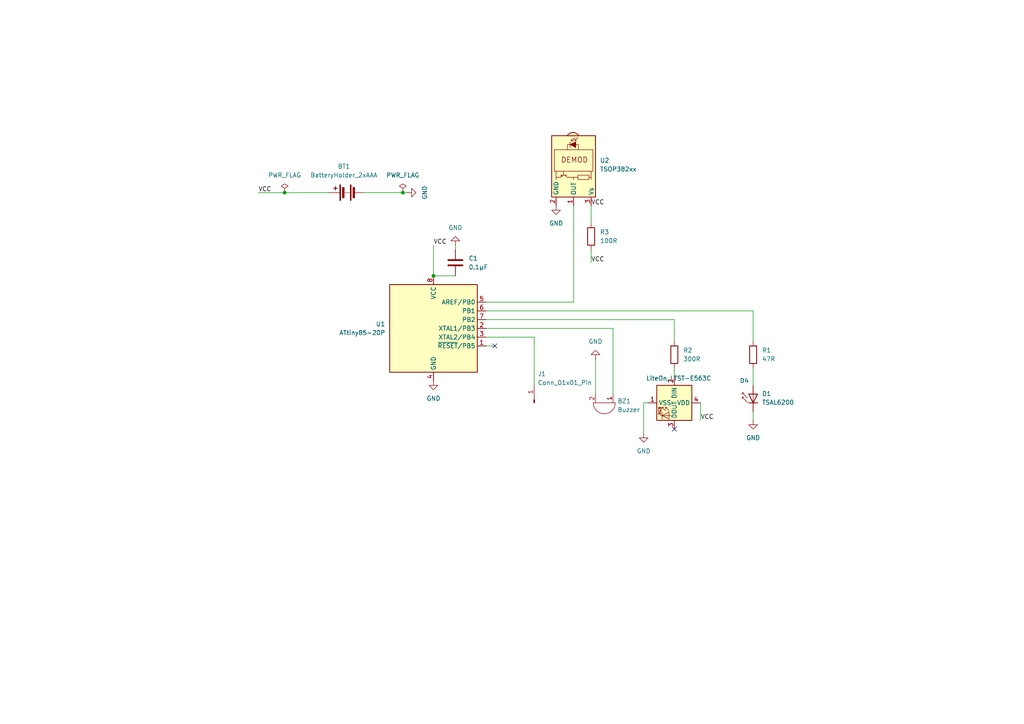
<source format=kicad_sch>
(kicad_sch (version 20250114) (generator "eeschema") (generator_version "9.0")
  (paper "A4")
  (title_block (title "Kresnica v1.1") (date "2025-07-05"))
  (lib_symbols
    (symbol "Connector:Conn_01x01_Pin" (pin_names (offset 1.016) (hide yes))
      (property "Reference" "J" (at 0 2.54 0))
      (property "Value" "Conn_01x01_Pin" (at 0 -2.54 0))
      (symbol "Conn_01x01_Pin_1_1"
        (rectangle (start 0.8636 0.127) (end 0 -0.127) (stroke (width 0.1524)) (fill (type outline)))
        (polyline (pts (xy 1.27 0) (xy 0.8636 0)) (stroke (width 0.1524)))
        (pin passive line (at 5.08 0 180) (length 3.81) (name "Pin_1") (number "1"))
      )
    )
    (symbol "Device:Battery" (pin_numbers (hide yes)) (pin_names (offset 0) (hide yes))
      (property "Reference" "BT" (at 2.54 2.54 0))
      (property "Value" "Battery" (at 2.54 0 0))
      (symbol "Battery_0_1"
        (rectangle (start -2.286 1.778) (end 2.286 1.524) (fill (type outline)))
        (rectangle (start -2.286 -1.27) (end 2.286 -1.524) (fill (type outline)))
        (rectangle (start -1.524 1.016) (end 1.524 0.508) (fill (type outline)))
        (rectangle (start -1.524 -2.032) (end 1.524 -2.54) (fill (type outline)))
        (polyline (pts (xy 0 1.778) (xy 0 2.54)))
        (polyline (pts (xy 0 0) (xy 0 0.254)))
        (polyline (pts (xy 0 -0.508) (xy 0 -0.254)))
        (polyline (pts (xy 0 -1.016) (xy 0 -0.762)))
        (polyline (pts (xy 0.762 3.048) (xy 1.778 3.048)) (stroke (width 0.254)))
        (polyline (pts (xy 1.27 3.556) (xy 1.27 2.54)) (stroke (width 0.254)))
      )
      (symbol "Battery_1_1"
        (pin passive line (at 0 5.08 270) (length 2.54) (name "+") (number "1"))
        (pin passive line (at 0 -5.08 90) (length 2.54) (name "-") (number "2"))
      )
    )
    (symbol "Device:Buzzer" (pin_names (offset 0.0254) (hide yes))
      (property "Reference" "BZ" (at 3.81 1.27 0))
      (property "Value" "Buzzer" (at 3.81 -1.27 0))
      (symbol "Buzzer_0_1"
        (polyline (pts (xy -1.651 1.905) (xy -1.143 1.905)))
        (polyline (pts (xy -1.397 2.159) (xy -1.397 1.651)))
        (arc (start 0 3.175) (mid 3.1612 0) (end 0 -3.175))
        (polyline (pts (xy 0 3.175) (xy 0 -3.175)))
      )
      (symbol "Buzzer_1_1"
        (pin passive line (at -2.54 2.54 0) (length 2.54) (name "+") (number "1"))
        (pin passive line (at -2.54 -2.54 0) (length 2.54) (name "-") (number "2"))
      )
    )
    (symbol "Device:C" (pin_numbers (hide yes)) (pin_names (offset 0.254))
      (property "Reference" "C" (at 0.635 2.54 0))
      (property "Value" "C" (at 0.635 -2.54 0))
      (symbol "C_0_1"
        (polyline (pts (xy -2.032 0.762) (xy 2.032 0.762)) (stroke (width 0.508)))
        (polyline (pts (xy -2.032 -0.762) (xy 2.032 -0.762)) (stroke (width 0.508)))
      )
      (symbol "C_1_1"
        (pin passive line (at 0 3.81 270) (length 2.794) (name "~") (number "1"))
        (pin passive line (at 0 -3.81 90) (length 2.794) (name "~") (number "2"))
      )
    )
    (symbol "Device:R" (pin_numbers (hide yes)) (pin_names (offset 0))
      (property "Reference" "R" (at 2.032 0 90))
      (property "Value" "R" (at 0 0 90))
      (symbol "R_0_1"
        (rectangle (start -1.016 -2.54) (end 1.016 2.54) (stroke (width 0.254)))
      )
      (symbol "R_1_1"
        (pin passive line (at 0 3.81 270) (length 1.27) (name "~") (number "1"))
        (pin passive line (at 0 -3.81 90) (length 1.27) (name "~") (number "2"))
      )
    )
    (symbol "Interface_Optical:TSOP382xx"
      (property "Reference" "U" (at -10.16 7.62 0))
      (property "Value" "TSOP382xx" (at -10.16 -7.62 0))
      (symbol "TSOP382xx_0_0"
        (arc (start -10.287 -1.778) (mid -11.0899 -0.1905) (end -10.287 1.397) (stroke (width 0.254)) (fill (type background)))
        (polyline (pts (xy 1.905 5.08) (xy 0.127 5.08)))
        (polyline (pts (xy 1.905 -5.08) (xy 0.127 -5.08)))
        (text "DEMOD" (at -3.175 0.254 900) (effects (font (size 1.524 1.524))))
      )
      (symbol "TSOP382xx_0_1"
        (polyline (pts (xy -8.763 0.381) (xy -9.652 1.27)))
        (polyline (pts (xy -8.763 0.381) (xy -9.271 0.381)))
        (polyline (pts (xy -8.763 0.381) (xy -8.763 0.889)))
        (polyline (pts (xy -8.636 -0.635) (xy -9.525 0.254)))
        (polyline (pts (xy -8.636 -0.635) (xy -9.144 -0.635)))
        (polyline (pts (xy -8.636 -0.635) (xy -8.636 -0.127)))
        (polyline (pts (xy -8.382 0.635) (xy -6.731 0.635) (xy -7.62 -1.016) (xy -8.382 0.635)) (fill (type outline)))
        (polyline (pts (xy -8.382 -1.016) (xy -6.731 -1.016)))
        (rectangle (start -6.096 5.588) (end 0.127 -5.588))
        (polyline (pts (xy -6.096 1.397) (xy -7.62 1.397) (xy -7.62 -1.778) (xy -6.096 -1.778)))
        (polyline (pts (xy 1.27 -1.905) (xy 1.27 -3.81)))
        (polyline (pts (xy 1.27 -2.54) (xy 1.905 -1.905) (xy 1.905 0) (xy 2.54 0)))
        (polyline (pts (xy 1.27 -2.921) (xy 0.127 -2.921)))
        (polyline (pts (xy 1.27 -3.175) (xy 1.905 -3.81) (xy 1.905 -5.08) (xy 2.54 -5.08)))
        (polyline (pts (xy 1.397 -3.556) (xy 1.524 -3.556)))
        (polyline (pts (xy 1.651 -3.556) (xy 1.524 -3.556)))
        (polyline (pts (xy 1.651 -3.556) (xy 1.651 -3.302)))
        (polyline (pts (xy 1.905 4.445) (xy 1.905 5.08) (xy 2.54 5.08)))
        (polyline (pts (xy 1.905 0) (xy 1.905 1.27)))
        (rectangle (start 2.54 1.27) (end 1.27 4.445))
        (rectangle (start 7.62 6.35) (end -10.16 -6.35) (stroke (width 0.254)) (fill (type background)))
      )
      (symbol "TSOP382xx_1_1"
        (pin power_in line (at 10.16 5.08 180) (length 2.54) (name "Vs") (number "3"))
        (pin output line (at 10.16 0 180) (length 2.54) (name "OUT") (number "1"))
        (pin power_in line (at 10.16 -5.08 180) (length 2.54) (name "GND") (number "2"))
      )
    )
    (symbol "LED:LiteOn_LTST-E563C"
      (property "Reference" "D" (at 5.08 5.715 0))
      (property "Value" "LiteOn_LTST-E563C" (at 1.27 -5.715 0))
      (symbol "LiteOn_LTST-E563C_0_0"
        (text "RGB" (at 2.286 -4.191 0) (effects (font (size 0.762 0.762))))
      )
      (symbol "LiteOn_LTST-E563C_0_1"
        (polyline (pts (xy 1.27 -2.54) (xy 1.778 -2.54)))
        (polyline (pts (xy 1.27 -3.556) (xy 1.778 -3.556)))
        (polyline (pts (xy 2.286 -1.524) (xy 1.27 -2.54) (xy 1.27 -2.032)))
        (polyline (pts (xy 2.286 -2.54) (xy 1.27 -3.556) (xy 1.27 -3.048)))
        (polyline (pts (xy 3.683 -1.016) (xy 3.683 -3.556) (xy 3.683 -4.064)))
        (polyline (pts (xy 4.699 -1.524) (xy 2.667 -1.524) (xy 3.683 -3.556) (xy 4.699 -1.524)))
        (polyline (pts (xy 4.699 -3.556) (xy 2.667 -3.556)))
        (rectangle (start 5.08 5.08) (end -5.08 -5.08) (stroke (width 0.254)) (fill (type background)))
      )
      (symbol "LiteOn_LTST-E563C_1_1"
        (pin input line (at -7.62 0 0) (length 2.54) (name "DIN") (number "2"))
        (pin power_in line (at 0 7.62 270) (length 2.54) (name "VDD") (number "4"))
        (pin power_in line (at 0 -7.62 90) (length 2.54) (name "VSS") (number "1"))
        (pin output line (at 7.62 0 180) (length 2.54) (name "DOUT") (number "3"))
      )
    )
    (symbol "LED:TSAL4400" (pin_numbers (hide yes)) (pin_names (offset 1.016) (hide yes))
      (property "Reference" "D" (at 0.508 1.778 0))
      (property "Value" "TSAL4400" (at -1.016 -2.794 0))
      (symbol "TSAL4400_0_1"
        (polyline (pts (xy -2.54 1.27) (xy -2.54 -1.27)) (stroke (width 0.254)))
        (polyline (pts (xy -2.413 1.651) (xy -0.889 3.175) (xy -0.889 2.667) (xy -0.889 3.175) (xy -1.397 3.175)))
        (polyline (pts (xy -1.143 1.651) (xy 0.381 3.175) (xy 0.381 2.667)))
        (polyline (pts (xy 0 1.27) (xy -2.54 0) (xy 0 -1.27) (xy 0 1.27)) (stroke (width 0.254)))
        (polyline (pts (xy 0 0) (xy -2.54 0)))
        (polyline (pts (xy 0.381 3.175) (xy -0.127 3.175)))
      )
      (symbol "TSAL4400_1_1"
        (pin passive line (at -5.08 0 0) (length 2.54) (name "K") (number "1"))
        (pin passive line (at 2.54 0 180) (length 2.54) (name "A") (number "2"))
      )
    )
    (symbol "MCU_Microchip_ATtiny:ATtiny85-20P"
      (property "Reference" "U" (at -12.7 13.97 0))
      (property "Value" "ATtiny85-20P" (at 2.54 -13.97 0))
      (symbol "ATtiny85-20P_0_1"
        (rectangle (start -12.7 -12.7) (end 12.7 12.7) (stroke (width 0.254)) (fill (type background)))
      )
      (symbol "ATtiny85-20P_1_1"
        (pin power_in line (at 0 15.24 270) (length 2.54) (name "VCC") (number "8"))
        (pin power_in line (at 0 -15.24 90) (length 2.54) (name "GND") (number "4"))
        (pin bidirectional line (at 15.24 7.62 180) (length 2.54) (name "AREF/PB0") (number "5"))
        (pin bidirectional line (at 15.24 5.08 180) (length 2.54) (name "PB1") (number "6"))
        (pin bidirectional line (at 15.24 2.54 180) (length 2.54) (name "PB2") (number "7"))
        (pin bidirectional line (at 15.24 0 180) (length 2.54) (name "XTAL1/PB3") (number "2"))
        (pin bidirectional line (at 15.24 -2.54 180) (length 2.54) (name "XTAL2/PB4") (number "3"))
        (pin bidirectional line (at 15.24 -5.08 180) (length 2.54) (name "~{RESET}/PB5") (number "1"))
      )
    )
    (symbol "power:GND" (power) (pin_numbers (hide yes)) (pin_names (offset 0) (hide yes))
      (property "Value" "GND" (at 0 -3.81 0))
      (symbol "GND_0_1"
        (polyline (pts (xy 0 0) (xy 0 -1.27) (xy 1.27 -1.27) (xy 0 -2.54) (xy -1.27 -1.27) (xy 0 -1.27)))
      )
      (symbol "GND_1_1"
        (pin power_in line (at 0 0 270) (length 0) (name "~") (number "1"))
      )
    )
    (symbol "power:PWR_FLAG" (power) (pin_numbers (hide yes)) (pin_names (offset 0) (hide yes))
      (property "Value" "PWR_FLAG" (at 0 3.81 0))
      (symbol "PWR_FLAG_0_0"
        (pin power_out line (at 0 0 90) (length 0) (name "~") (number "1"))
      )
      (symbol "PWR_FLAG_0_1"
        (polyline (pts (xy 0 0) (xy 0 1.27) (xy -1.016 1.905) (xy 0 2.54) (xy 1.016 1.905) (xy 0 1.27)))
      )
    )
  )
  (junction (at 116.84 55.88))
  (junction (at 125.73 80.01))
  (junction (at 82.55 55.88))
  (no_connect (at 143.51 100.33))
  (no_connect (at 195.58 124.46))
  (wire (pts (xy 203.2 121.92) (xy 203.2 116.84)))
  (wire (pts (xy 132.08 71.12) (xy 132.08 72.39)))
  (wire (pts (xy 186.69 116.84) (xy 186.69 125.73)))
  (wire (pts (xy 218.44 90.17) (xy 218.44 99.06)))
  (wire (pts (xy 195.58 92.71) (xy 195.58 99.06)))
  (wire (pts (xy 82.55 55.88) (xy 95.25 55.88)))
  (wire (pts (xy 177.8 95.25) (xy 177.8 114.3)))
  (wire (pts (xy 143.51 100.33) (xy 140.97 100.33)))
  (wire (pts (xy 166.37 59.69) (xy 166.37 87.63)))
  (wire (pts (xy 218.44 106.68) (xy 218.44 111.76)))
  (wire (pts (xy 74.93 55.88) (xy 82.55 55.88)))
  (wire (pts (xy 166.37 87.63) (xy 140.97 87.63)))
  (wire (pts (xy 125.73 80.01) (xy 132.08 80.01)))
  (wire (pts (xy 140.97 97.79) (xy 154.94 97.79)))
  (wire (pts (xy 140.97 92.71) (xy 195.58 92.71)))
  (wire (pts (xy 140.97 95.25) (xy 177.8 95.25)))
  (wire (pts (xy 140.97 90.17) (xy 218.44 90.17)))
  (wire (pts (xy 116.84 55.88) (xy 105.41 55.88)))
  (wire (pts (xy 125.73 71.12) (xy 125.73 80.01)))
  (wire (pts (xy 171.45 76.2) (xy 171.45 72.39)))
  (wire (pts (xy 171.45 59.69) (xy 171.45 64.77)))
  (wire (pts (xy 186.69 116.84) (xy 187.96 116.84)))
  (wire (pts (xy 195.58 106.68) (xy 195.58 109.22)))
  (wire (pts (xy 118.11 55.88) (xy 116.84 55.88)))
  (wire (pts (xy 172.72 104.14) (xy 172.72 114.3)))
  (wire (pts (xy 218.44 119.38) (xy 218.44 121.92)))
  (wire (pts (xy 154.94 97.79) (xy 154.94 111.76)))
  (label "VCC" (at 203.2 121.92 0))
  (label "VCC" (at 125.73 71.12 0))
  (label "VCC" (at 171.45 59.69 0))
  (label "VCC" (at 74.93 55.88 0))
  (label "VCC" (at 171.45 76.2 0))
  (symbol (lib_id "Device:R") (at 218.44 102.87 0) (unit 1)
    (property "Reference" "R1" (at 220.98 101.5999 0) (effects (justify left)))
    (property "Value" "47R" (at 220.98 104.1399 0) (effects (justify left)))
    (property "Footprint" "Resistor_SMD:R_1206_3216Metric_Pad1.30x1.75mm_HandSolder" (effects (hide yes)))
    (property "Description" "Resistor" (effects (hide yes)))
  )
  (symbol (lib_id "Interface_Optical:TSOP382xx") (at 166.37 49.53 270) (unit 1)
    (property "Reference" "U2" (at 173.99 46.5249 90) (effects (justify left)))
    (property "Value" "TSOP382xx" (at 173.99 49.0649 90) (effects (justify left)))
    (property "Footprint" "OptoDevice:Vishay_MINICAST-3Pin" (effects (hide yes)))
    (property "Datasheet" "http://www.vishay.com/docs/82491/tsop382.pdf" (effects (hide yes)))
    (property "Description" "Photo Modules for PCM Remote Control Systems" (effects (hide yes)))
  )
  (symbol (lib_id "MCU_Microchip_ATtiny:ATtiny85-20P") (at 125.73 95.25 0) (unit 1)
    (property "Reference" "U1" (at 111.76 93.9799 0) (effects (justify right)))
    (property "Value" "ATtiny85-20P" (at 111.76 96.5199 0) (effects (justify right)))
    (property "Footprint" "Package_DIP:DIP-8_W7.62mm_LongPads" (effects (hide yes)))
    (property "Datasheet" "http://ww1.microchip.com/downloads/en/DeviceDoc/atmel-2586-avr-8-bit-microcontroller-attiny25-attiny45-attiny85_datasheet.pdf" (effects (hide yes)))
    (property "Description" "1MHz, 8kB Flash, 512B SRAM, 512B EEPROM, debugWIRE, DIP-8" (effects (hide yes)))
  )
  (symbol (lib_id "power:GND") (at 172.72 104.14 180) (unit 1)
    (property "Reference" "#PWR010" (effects (hide yes)))
    (property "Value" "GND" (at 172.72 99.06 0))
    (property "Description" "Power symbol creates a global label with name \"GND\" , ground" (effects (hide yes)))
  )
  (symbol (lib_id "power:PWR_FLAG") (at 82.55 55.88 0) (unit 1)
    (property "Reference" "#FLG01" (effects (hide yes)))
    (property "Value" "PWR_FLAG" (at 82.55 50.8 0))
    (property "Description" "Special symbol for telling ERC where power comes from" (effects (hide yes)))
  )
  (symbol (lib_id "Device:R") (at 171.45 68.58 180) (unit 1)
    (property "Reference" "R3" (at 173.99 67.3099 0) (effects (justify right)))
    (property "Value" "100R" (at 173.99 69.8499 0) (effects (justify right)))
    (property "Footprint" "Resistor_SMD:R_1206_3216Metric_Pad1.30x1.75mm_HandSolder" (effects (hide yes)))
    (property "Description" "Resistor" (effects (hide yes)))
  )
  (symbol (lib_id "Connector:Conn_01x01_Pin") (at 154.94 116.84 90) (unit 1)
    (property "Reference" "J1" (at 155.956 108.458 90) (effects (justify right)))
    (property "Value" "Conn_01x01_Pin" (at 155.956 110.998 90) (effects (justify right)))
    (property "Footprint" "TestPoint:TestPoint_Pad_1.0x1.0mm" (effects (hide yes)))
    (property "Description" "Generic connector, single row, 01x01, script generated" (effects (hide yes)))
  )
  (symbol (lib_id "Device:R") (at 195.58 102.87 0) (unit 1)
    (property "Reference" "R2" (at 198.12 101.5999 0) (effects (justify left)))
    (property "Value" "300R" (at 198.12 104.1399 0) (effects (justify left)))
    (property "Footprint" "Resistor_SMD:R_1206_3216Metric_Pad1.30x1.75mm_HandSolder" (effects (hide yes)))
    (property "Description" "Resistor" (effects (hide yes)))
  )
  (symbol (lib_id "power:GND") (at 132.08 71.12 180) (unit 1)
    (property "Reference" "#PWR04" (effects (hide yes)))
    (property "Value" "GND" (at 132.08 66.04 0))
    (property "Description" "Power symbol creates a global label with name \"GND\" , ground" (effects (hide yes)))
  )
  (symbol (lib_id "power:GND") (at 161.29 59.69 0) (unit 1)
    (property "Reference" "#PWR07" (effects (hide yes)))
    (property "Value" "GND" (at 161.29 64.77 0))
    (property "Description" "Power symbol creates a global label with name \"GND\" , ground" (effects (hide yes)))
  )
  (symbol (lib_id "power:PWR_FLAG") (at 116.84 55.88 0) (unit 1)
    (property "Reference" "#FLG02" (effects (hide yes)))
    (property "Value" "PWR_FLAG" (at 116.84 50.8 0))
    (property "Description" "Special symbol for telling ERC where power comes from" (effects (hide yes)))
  )
  (symbol (lib_id "Device:C") (at 132.08 76.2 180) (unit 1)
    (property "Reference" "C1" (at 135.89 74.9299 0) (effects (justify right)))
    (property "Value" "0.1µF" (at 135.89 77.4699 0) (effects (justify right)))
    (property "Footprint" "Capacitor_SMD:C_1206_3216Metric_Pad1.33x1.80mm_HandSolder" (effects (hide yes)))
    (property "Description" "Unpolarized capacitor" (effects (hide yes)))
  )
  (symbol (lib_id "power:GND") (at 218.44 121.92 0) (unit 1)
    (property "Reference" "#PWR08" (effects (hide yes)))
    (property "Value" "GND" (at 218.44 127 0))
    (property "Description" "Power symbol creates a global label with name \"GND\" , ground" (effects (hide yes)))
  )
  (symbol (lib_id "Device:Buzzer") (at 175.26 116.84 270) (unit 1)
    (property "Reference" "BZ1" (at 179.07 116.325 90) (effects (justify left)))
    (property "Value" "Buzzer" (at 179.07 118.865 90) (effects (justify left)))
    (property "Footprint" "Buzzer_Beeper:Buzzer_TDK_PS1240P02BT_D12.2mm_H6.5mm" (effects (hide yes)))
    (property "Description" "Buzzer, polarized" (effects (hide yes)))
  )
  (symbol (lib_id "power:GND") (at 118.11 55.88 90) (unit 1)
    (property "Reference" "#PWR012" (effects (hide yes)))
    (property "Value" "GND" (at 123.19 55.88 0))
    (property "Description" "Power symbol creates a global label with name \"GND\" , ground" (effects (hide yes)))
  )
  (symbol (lib_id "LED:LiteOn_LTST-E563C") (at 195.58 116.84 270) (unit 1)
    (property "Reference" "D4" (at 215.9 110.4198 90))
    (property "Value" "LiteOn_LTST-E563C" (at 196.85 109.728 90))
    (property "Footprint" "LED_THT:LED_D5.0mm-4_RGB_Wide_Pins" (effects (hide yes)))
    (property "Datasheet" "https://optoelectronics.liteon.com/upload/download/DS35-2018-0092/LTST-E563CHEGBW-AW.PDF" (effects (hide yes)))
    (property "Description" "5x5mm RGB LED with integrated controller" (effects (hide yes)))
  )
  (symbol (lib_id "Device:Battery") (at 100.33 55.88 90) (unit 1)
    (property "Reference" "BT1" (at 99.7585 48.26 90))
    (property "Value" "BatteryHolder_2xAAA" (at 99.7585 50.8 90))
    (property "Footprint" "TestPoint:TestPoint_2Pads_Pitch5.08mm_Drill1.3mm" (effects (hide yes)))
    (property "Description" "Multiple-cell battery" (effects (hide yes)))
  )
  (symbol (lib_id "power:GND") (at 125.73 110.49 0) (unit 1)
    (property "Reference" "#PWR05" (effects (hide yes)))
    (property "Value" "GND" (at 125.73 115.57 0))
    (property "Description" "Power symbol creates a global label with name \"GND\" , ground" (effects (hide yes)))
  )
  (symbol (lib_id "power:GND") (at 186.69 125.73 0) (unit 1)
    (property "Reference" "#PWR02" (effects (hide yes)))
    (property "Value" "GND" (at 186.69 130.81 0))
    (property "Description" "Power symbol creates a global label with name \"GND\" , ground" (effects (hide yes)))
  )
  (symbol (lib_id "LED:TSAL4400") (at 218.44 114.3 90) (unit 1)
    (property "Reference" "D1" (at 220.98 114.1729 90) (effects (justify right)))
    (property "Value" "TSAL6200" (at 220.98 116.7129 90) (effects (justify right)))
    (property "Footprint" "LED_THT:LED_D3.0mm" (effects (hide yes)))
    (property "Datasheet" "http://www.vishay.com/docs/81006/tsal4400.pdf" (effects (hide yes)))
    (property "Description" "Infrared LED , 3mm LED package" (effects (hide yes)))
  )
)
</source>
